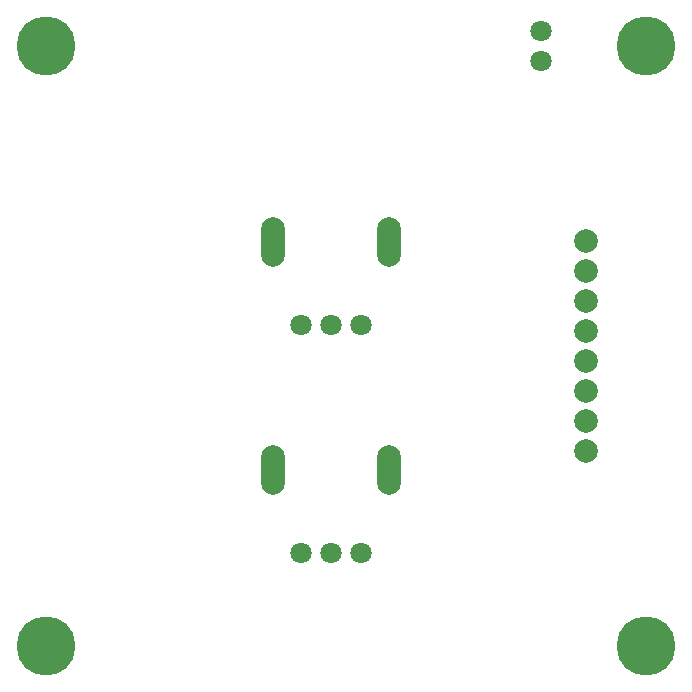
<source format=gbl>
G04 Layer: BottomLayer*
G04 EasyEDA v6.5.22, 2022-12-26 15:03:30*
G04 20e87ce0830a48a89b1795290e5d5ea8,5a6b42c53f6a479593ecc07194224c93,10*
G04 Gerber Generator version 0.2*
G04 Scale: 100 percent, Rotated: No, Reflected: No *
G04 Dimensions in millimeters *
G04 leading zeros omitted , absolute positions ,4 integer and 5 decimal *
%FSLAX45Y45*%
%MOMM*%

%ADD10C,1.8001*%
%ADD11O,1.9999959999999999X4.19989*%
%ADD12C,5.0000*%
%ADD13C,1.8000*%
%ADD14C,2.0000*%

%LPD*%
D10*
G01*
X2543987Y3098800D03*
G01*
X2794000Y3098800D03*
G01*
X3043986Y3098800D03*
D11*
G01*
X2303983Y3798798D03*
G01*
X3283991Y3798798D03*
D10*
G01*
X2543987Y1168400D03*
G01*
X2794000Y1168400D03*
G01*
X3043986Y1168400D03*
D11*
G01*
X2303983Y1868398D03*
G01*
X3283991Y1868398D03*
D12*
G01*
X381000Y5461000D03*
G01*
X5461000Y5461000D03*
G01*
X5461000Y381000D03*
G01*
X381000Y381000D03*
D13*
G01*
X4572000Y5588000D03*
G01*
X4572000Y5334000D03*
D14*
G01*
X4956581Y3807205D03*
G01*
X4956581Y3553205D03*
G01*
X4956581Y3299205D03*
G01*
X4956581Y3045205D03*
G01*
X4956581Y2791205D03*
G01*
X4956581Y2537205D03*
G01*
X4956581Y2283205D03*
G01*
X4956581Y2029205D03*
M02*

</source>
